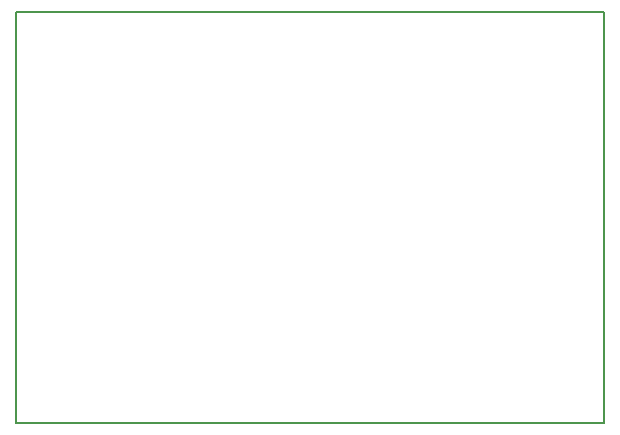
<source format=gm1>
G04 MADE WITH FRITZING*
G04 WWW.FRITZING.ORG*
G04 DOUBLE SIDED*
G04 HOLES PLATED*
G04 CONTOUR ON CENTER OF CONTOUR VECTOR*
%ASAXBY*%
%FSLAX23Y23*%
%MOIN*%
%OFA0B0*%
%SFA1.0B1.0*%
%ADD10R,1.968500X1.379620*%
%ADD11C,0.008000*%
%ADD10C,0.008*%
%LNCONTOUR*%
G90*
G70*
G54D10*
G54D11*
X0Y1372D02*
X1961Y1372D01*
X1961Y0D01*
X0Y0D01*
X0Y1372D01*
D02*
G04 End of contour*
M02*
</source>
